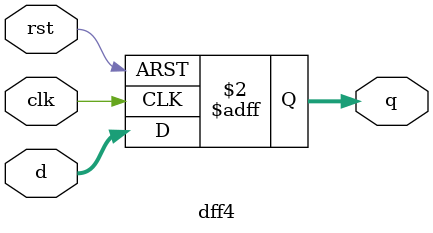
<source format=v>
module dff4(input clk, rst, input [3:0] d, output reg [3:0] q); 
    //lista sensible de variables con clock y reset y las instrucciones que se ejecutan 
    always @ (posedge clk or posedge rst) begin
        if (rst)
            q <= 4'b0;
        else
            q <= d;
    end
endmodule 


</source>
